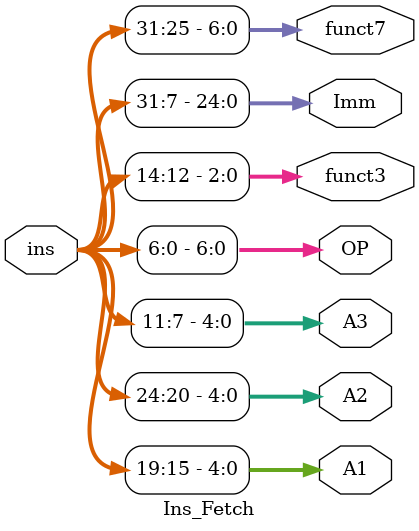
<source format=v>
module Ins_Fetch (
    input [31:0] ins,
    output reg [4:0] A1,A2,A3,
    output reg [6:0] OP,
    output reg [2:0] funct3,
    output reg [24:0] Imm,
    output reg [6:0] funct7
);
    always @(*) begin
        A1 = ins[19:15];
        A2 = ins[24:20];
        A3 = ins[11:7];
        OP = ins[6:0];
        funct3 = ins[14:12];
        Imm = ins[31:7];
        funct7 = ins[31:25];
    end
endmodule
</source>
